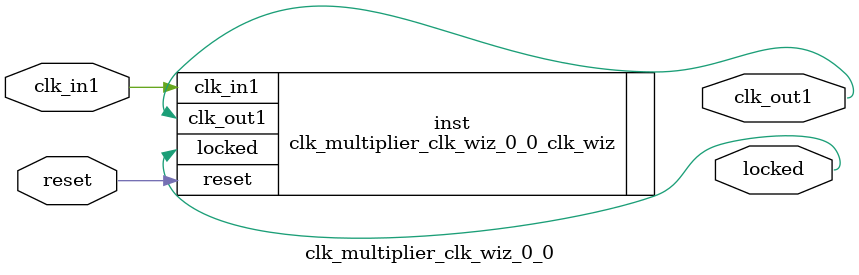
<source format=v>


`timescale 1ps/1ps

(* CORE_GENERATION_INFO = "clk_multiplier_clk_wiz_0_0,clk_wiz_v6_0_6_0_0,{component_name=clk_multiplier_clk_wiz_0_0,use_phase_alignment=true,use_min_o_jitter=false,use_max_i_jitter=false,use_dyn_phase_shift=false,use_inclk_switchover=false,use_dyn_reconfig=false,enable_axi=0,feedback_source=FDBK_AUTO,PRIMITIVE=MMCM,num_out_clk=1,clkin1_period=10.000,clkin2_period=10.000,use_power_down=false,use_reset=true,use_locked=true,use_inclk_stopped=false,feedback_type=SINGLE,CLOCK_MGR_TYPE=NA,manual_override=false}" *)

module clk_multiplier_clk_wiz_0_0 
 (
  // Clock out ports
  output        clk_out1,
  // Status and control signals
  input         reset,
  output        locked,
 // Clock in ports
  input         clk_in1
 );

  clk_multiplier_clk_wiz_0_0_clk_wiz inst
  (
  // Clock out ports  
  .clk_out1(clk_out1),
  // Status and control signals               
  .reset(reset), 
  .locked(locked),
 // Clock in ports
  .clk_in1(clk_in1)
  );

endmodule

</source>
